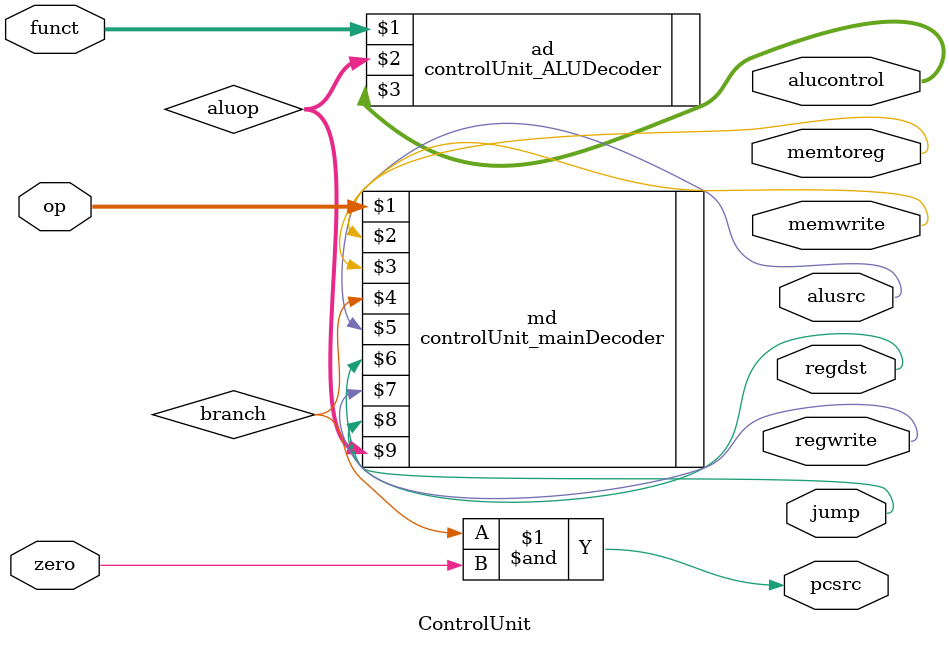
<source format=v>
`timescale 1ns / 1ps

module ControlUnit(
    input [5:0] op, funct,
    input zero,
    output  memtoreg, memwrite,
    output  pcsrc, alusrc,
    output  regdst, regwrite,
    output jump,
    output  [2:0] alucontrol
);

    wire [2:0] aluop;
    wire branch;

    controlUnit_mainDecoder md(op, memtoreg, memwrite, 
                                                            branch,  alusrc, regdst,
                                                             regwrite, jump, aluop);
    controlUnit_ALUDecoder ad(funct, aluop, alucontrol);

    assign pcsrc = branch & zero;

endmodule

</source>
